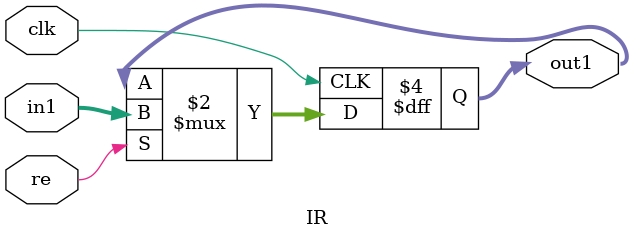
<source format=v>
`timescale 1ns / 1ps
module IR(in1,out1,clk,re);
	input clk,re;
	input [3:0]in1;
	output [3:0]out1;
	reg [3:0]out1;
	
	always @(posedge clk)
   begin
		if (re)
			out1 <= in1;
	end
endmodule
</source>
